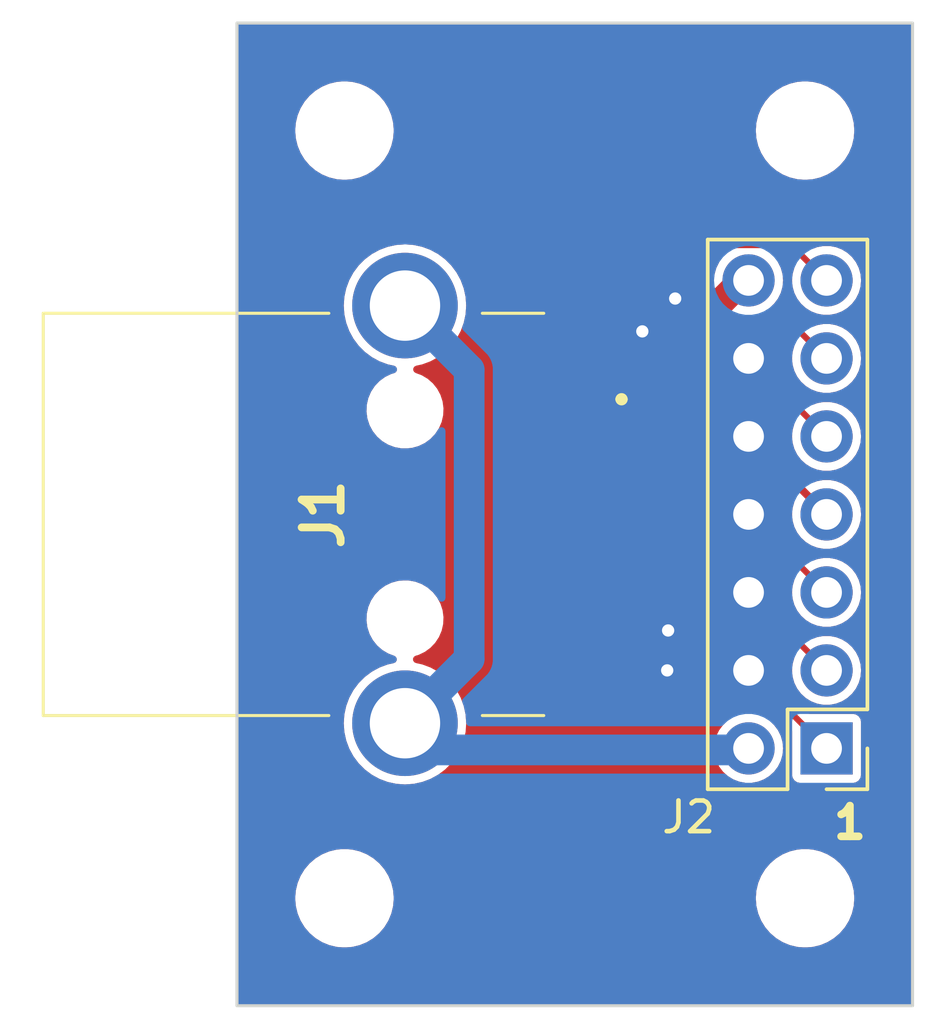
<source format=kicad_pcb>
(kicad_pcb (version 20221018) (generator pcbnew)
  (layers (0 "F.Cu" signal) (31 "B.Cu" signal) (34 "B.Paste" user) (35 "F.Paste" user) (36 "B.SilkS" user "B.Silkscreen") (37 "F.SilkS" user "F.Silkscreen") (38 "B.Mask" user) (39 "F.Mask" user) (44 "Edge.Cuts" user))
  (net 0 "")
  (net 1 "/VBUS")
  (net 2 "/D-")
  (net 3 "/D+")
  (net 4 "/SSRX-")
  (net 5 "/SSRX+")
  (net 6 "/DRAIN")
  (net 7 "/SSTX-")
  (net 8 "/SSTX+")
  (net 9 "/SHIELD")
  (net 10 "GND")
  (footprint "MountingHole:MountingHole_2.7mm_M2.5" (layer "F.Cu") (at 165 107.1)
    (fp_text reference "H4" hide)
    (fp_text value "MountingHole" hide)
    (pad "" np_thru_hole circle (at 0 0) (size 2.7 2.7) (drill 2.7) (layers "*.Cu" "*.Mask"))
  )
  (footprint "Connector_PinHeader_2.54mm:PinHeader_2x07_P2.54mm_Vertical" (layer "F.Cu") (at 165.7 102.22 180)
    (fp_text reference "J2" (at 4.49 -2.24) (layer "F.SilkS"))
    (fp_text value "02x07")
    (fp_line (start -1.33 -1.33) (end 0 -1.33) (stroke (width 0.12)) (layer "F.SilkS"))
    (fp_line (start -1.33 0) (end -1.33 -1.33) (stroke (width 0.12)) (layer "F.SilkS"))
    (fp_line (start -1.33 1.27) (end -1.33 16.57) (stroke (width 0.12)) (layer "F.SilkS"))
    (fp_line (start -1.33 1.27) (end 1.27 1.27) (stroke (width 0.12)) (layer "F.SilkS"))
    (fp_line (start -1.33 16.57) (end 3.87 16.57) (stroke (width 0.12)) (layer "F.SilkS"))
    (fp_line (start 1.27 -1.33) (end 3.87 -1.33) (stroke (width 0.12)) (layer "F.SilkS"))
    (fp_line (start 1.27 1.27) (end 1.27 -1.33) (stroke (width 0.12)) (layer "F.SilkS"))
    (fp_line (start 3.87 -1.33) (end 3.87 16.57) (stroke (width 0.12)) (layer "F.SilkS"))
    (pad "1" thru_hole rect (at 0 0 180) (size 1.7 1.7) (drill 1) (layers "*.Cu" "*.Mask") (net 4 "/SSRX-"))
    (pad "2" thru_hole oval (at 2.54 0 180) (size 1.7 1.7) (drill 1) (layers "*.Cu" "*.Mask") (net 9 "/SHIELD"))
    (pad "3" thru_hole oval (at 0 2.54 180) (size 1.7 1.7) (drill 1) (layers "*.Cu" "*.Mask") (net 5 "/SSRX+"))
    (pad "4" thru_hole oval (at 2.54 2.54 180) (size 1.7 1.7) (drill 1) (layers "*.Cu" "*.Mask") (net 10 "GND"))
    (pad "5" thru_hole oval (at 0 5.08 180) (size 1.7 1.7) (drill 1) (layers "*.Cu" "*.Mask") (net 3 "/D+"))
    (pad "6" thru_hole oval (at 2.54 5.08 180) (size 1.7 1.7) (drill 1) (layers "*.Cu" "*.Mask") (net 10 "GND"))
    (pad "7" thru_hole oval (at 0 7.62 180) (size 1.7 1.7) (drill 1) (layers "*.Cu" "*.Mask") (net 6 "/DRAIN"))
    (pad "8" thru_hole oval (at 2.54 7.62 180) (size 1.7 1.7) (drill 1) (layers "*.Cu" "*.Mask") (net 10 "GND"))
    (pad "9" thru_hole oval (at 0 10.16 180) (size 1.7 1.7) (drill 1) (layers "*.Cu" "*.Mask") (net 2 "/D-"))
    (pad "10" thru_hole oval (at 2.54 10.16 180) (size 1.7 1.7) (drill 1) (layers "*.Cu" "*.Mask") (net 10 "GND"))
    (pad "11" thru_hole oval (at 0 12.7 180) (size 1.7 1.7) (drill 1) (layers "*.Cu" "*.Mask") (net 7 "/SSTX-"))
    (pad "12" thru_hole oval (at 2.54 12.7 180) (size 1.7 1.7) (drill 1) (layers "*.Cu" "*.Mask") (net 10 "GND"))
    (pad "13" thru_hole oval (at 0 15.24 180) (size 1.7 1.7) (drill 1) (layers "*.Cu" "*.Mask") (net 8 "/SSTX+"))
    (pad "14" thru_hole oval (at 2.54 15.24 180) (size 1.7 1.7) (drill 1) (layers "*.Cu" "*.Mask") (net 1 "/VBUS"))
  )
  (footprint "mouser:692122030100" (layer "F.Cu") (at 151.97 94.6 -90)
    (fp_text reference "J1" (at 0 2.669 -90) (layer "F.SilkS") (effects (font (size 1.27 1.27) (thickness 0.254))))
    (fp_text value "692112030100" hide)
    (fp_line (start -6.55 -4.52) (end -6.55 -2.52) (stroke (width 0.1)) (layer "F.SilkS"))
    (fp_line (start -6.55 2.479) (end -6.55 11.78) (stroke (width 0.1)) (layer "F.SilkS"))
    (fp_line (start -6.55 11.78) (end 6.55 11.78) (stroke (width 0.1)) (layer "F.SilkS"))
    (fp_line (start -3.75 -7.153) (end -3.75 -7.153) (stroke (width 0.2)) (layer "F.SilkS"))
    (fp_line (start -3.75 -6.953) (end -3.75 -6.953) (stroke (width 0.2)) (layer "F.SilkS"))
    (fp_line (start 6.55 -4.52) (end 6.55 -2.52) (stroke (width 0.1)) (layer "F.SilkS"))
    (fp_line (start 6.55 11.78) (end 6.55 2.479) (stroke (width 0.1)) (layer "F.SilkS"))
    (fp_arc (start -3.75 -7.153) (mid -3.65 -7.053) (end -3.75 -6.953) (stroke (width 0.2)) (layer "F.SilkS"))
    (fp_arc (start -3.75 -6.953) (mid -3.85 -7.053) (end -3.75 -7.153) (stroke (width 0.2)) (layer "F.SilkS"))
    (pad "" np_thru_hole circle (at -3.4 0 270) (size 0.001 0.001) (drill 2) (layers "*.Cu" "*.Mask"))
    (pad "" np_thru_hole circle (at 3.4 0 270) (size 0.001 0.001) (drill 2) (layers "*.Cu" "*.Mask"))
    (pad "1" smd rect (at -3.75 -5.22 270) (size 0.9 2.6) (layers "F.Cu" "F.Paste" "F.Mask") (net 1 "/VBUS"))
    (pad "2" smd rect (at -1.25 -5.22 270) (size 0.9 2.6) (layers "F.Cu" "F.Paste" "F.Mask") (net 2 "/D-"))
    (pad "3" smd rect (at 1.25 -5.22 270) (size 0.9 2.6) (layers "F.Cu" "F.Paste" "F.Mask") (net 3 "/D+"))
    (pad "4" smd rect (at 3.75 -5.22 270) (size 0.9 2.6) (layers "F.Cu" "F.Paste" "F.Mask") (net 10 "GND"))
    (pad "5" smd rect (at 5 -5.445 270) (size 0.9 2.15) (layers "F.Cu" "F.Paste" "F.Mask") (net 4 "/SSRX-"))
    (pad "6" smd rect (at 2.5 -5.445 270) (size 0.9 2.15) (layers "F.Cu" "F.Paste" "F.Mask") (net 5 "/SSRX+"))
    (pad "7" smd rect (at 0 -5.445 270) (size 0.9 2.15) (layers "F.Cu" "F.Paste" "F.Mask") (net 6 "/DRAIN"))
    (pad "8" smd rect (at -2.5 -5.445 270) (size 0.9 2.15) (layers "F.Cu" "F.Paste" "F.Mask") (net 7 "/SSTX-"))
    (pad "9" smd rect (at -5 -5.445 270) (size 0.9 2.15) (layers "F.Cu" "F.Paste" "F.Mask") (net 8 "/SSTX+"))
    (pad "MH1" thru_hole circle (at -6.8 0 270) (size 3.438 3.438) (drill 2.2922) (layers "*.Cu" "*.Mask") (net 9 "/SHIELD"))
    (pad "MH2" thru_hole circle (at 6.8 0 270) (size 3.438 3.438) (drill 2.2922) (layers "*.Cu" "*.Mask") (net 9 "/SHIELD"))
  )
  (footprint "MountingHole:MountingHole_2.7mm_M2.5" (layer "F.Cu") (at 150 107.1)
    (fp_text reference "H3" hide)
    (fp_text value "MountingHole" hide)
    (pad "" np_thru_hole circle (at 0 0) (size 2.7 2.7) (drill 2.7) (layers "*.Cu" "*.Mask"))
  )
  (footprint "MountingHole:MountingHole_2.7mm_M2.5" (layer "F.Cu") (at 150 82.1)
    (fp_text reference "H1" hide)
    (fp_text value "MountingHole" hide)
    (pad "" np_thru_hole circle (at 0 0) (size 2.7 2.7) (drill 2.7) (layers "*.Cu" "*.Mask"))
  )
  (footprint "MountingHole:MountingHole_2.7mm_M2.5" (layer "F.Cu") (at 165 82.1)
    (fp_text reference "H2" hide)
    (fp_text value "MountingHole" hide)
    (pad "" np_thru_hole circle (at 0 0) (size 2.7 2.7) (drill 2.7) (layers "*.Cu" "*.Mask"))
  )
  (gr_rect (start 146.5 78.6) (end 168.5 110.6) (stroke (width 0.1)) (fill none) (layer "Edge.Cuts"))
  (gr_text "1" (at 165.82 105.22) (layer "F.SilkS") (effects (font (size 1 1) (thickness 0.25) bold) (justify left bottom)))
  (segment (start 162.96 86.98) (end 163.16 86.98) (width 0.9) (layer "F.Cu") (net 1))
  (segment (start 157.19 90.85) (end 159.09 90.85) (width 0.9) (layer "F.Cu") (net 1))
  (segment (start 159.09 90.85) (end 162.96 86.98) (width 0.9) (layer "F.Cu") (net 1))
  (segment (start 164.55 90.91) (end 165.7 92.06) (width 0.2) (layer "F.Cu") (net 2))
  (segment (start 161.13 90.91) (end 164.55 90.91) (width 0.2) (layer "F.Cu") (net 2))
  (segment (start 158.69 93.35) (end 161.13 90.91) (width 0.2) (layer "F.Cu") (net 2))
  (segment (start 157.19 93.35) (end 158.69 93.35) (width 0.2) (layer "F.Cu") (net 2))
  (segment (start 157.19 95.85) (end 164.41 95.85) (width 0.2) (layer "F.Cu") (net 3))
  (segment (start 164.41 95.85) (end 165.7 97.14) (width 0.2) (layer "F.Cu") (net 3))
  (segment (start 157.415 99.6) (end 158.645 100.83) (width 0.2) (layer "F.Cu") (net 4))
  (segment (start 158.645 100.83) (end 164.31 100.83) (width 0.2) (layer "F.Cu") (net 4))
  (segment (start 164.31 100.83) (end 165.7 102.22) (width 0.2) (layer "F.Cu") (net 4))
  (segment (start 161.493654 97.1) (end 162.683654 98.29) (width 0.2) (layer "F.Cu") (net 5))
  (segment (start 162.683654 98.29) (end 164.31 98.29) (width 0.2) (layer "F.Cu") (net 5))
  (segment (start 164.31 98.29) (end 165.7 99.68) (width 0.2) (layer "F.Cu") (net 5))
  (segment (start 157.415 97.1) (end 161.493654 97.1) (width 0.2) (layer "F.Cu") (net 5))
  (segment (start 161.498299 94.6) (end 162.673299 93.425) (width 0.25) (layer "F.Cu") (net 6))
  (segment (start 157.415 94.6) (end 161.498299 94.6) (width 0.25) (layer "F.Cu") (net 6))
  (segment (start 162.673299 93.425) (end 164.525 93.425) (width 0.25) (layer "F.Cu") (net 6))
  (segment (start 164.525 93.425) (end 165.7 94.6) (width 0.25) (layer "F.Cu") (net 6))
  (segment (start 157.415 92.1) (end 158.953654 92.1) (width 0.2) (layer "F.Cu") (net 7))
  (segment (start 158.953654 92.1) (end 162.683654 88.37) (width 0.2) (layer "F.Cu") (net 7))
  (segment (start 162.683654 88.37) (end 164.55 88.37) (width 0.2) (layer "F.Cu") (net 7))
  (segment (start 164.55 88.37) (end 165.7 89.52) (width 0.2) (layer "F.Cu") (net 7))
  (segment (start 157.415 89.6) (end 161.185 85.83) (width 0.2) (layer "F.Cu") (net 8))
  (segment (start 164.55 85.83) (end 165.7 86.98) (width 0.2) (layer "F.Cu") (net 8))
  (segment (start 161.185 85.83) (end 164.55 85.83) (width 0.2) (layer "F.Cu") (net 8))
  (segment (start 151.97 101.4) (end 152.84 102.27) (width 1) (layer "B.Cu") (net 9))
  (segment (start 154.06 99.31) (end 151.97 101.4) (width 1) (layer "B.Cu") (net 9))
  (segment (start 151.97 87.8) (end 154.06 89.89) (width 1) (layer "B.Cu") (net 9))
  (segment (start 163.11 102.27) (end 163.16 102.22) (width 1) (layer "B.Cu") (net 9))
  (segment (start 152.84 102.27) (end 163.11 102.27) (width 1) (layer "B.Cu") (net 9))
  (segment (start 154.06 89.89) (end 154.06 99.31) (width 1) (layer "B.Cu") (net 9))
  (via (at 160.77 87.57) (size 0.8) (drill 0.4) (layers "F.Cu" "B.Cu") (net 10))
  (via (at 160.54 98.38) (size 0.8) (drill 0.4) (layers "F.Cu" "B.Cu") (net 10))
  (via (at 160.51 99.68) (size 0.8) (drill 0.4) (layers "F.Cu" "B.Cu") (net 10))
  (via (at 159.7 88.64) (size 0.8) (drill 0.4) (layers "F.Cu" "B.Cu") (net 10))
  (zone (net 10) (net_name "GND") (layers "F&B.Cu") (connect_pads yes (clearance 0.27)) (min_thickness 0.25) (fill yes (thermal_gap 0.5) (thermal_bridge_width 0.5))
    (polygon (pts (xy 145.674839 77.848301) (xy 169.116839 77.888301) (xy 169.151 111.211) (xy 145.455 111.171)))
  )
)
</source>
